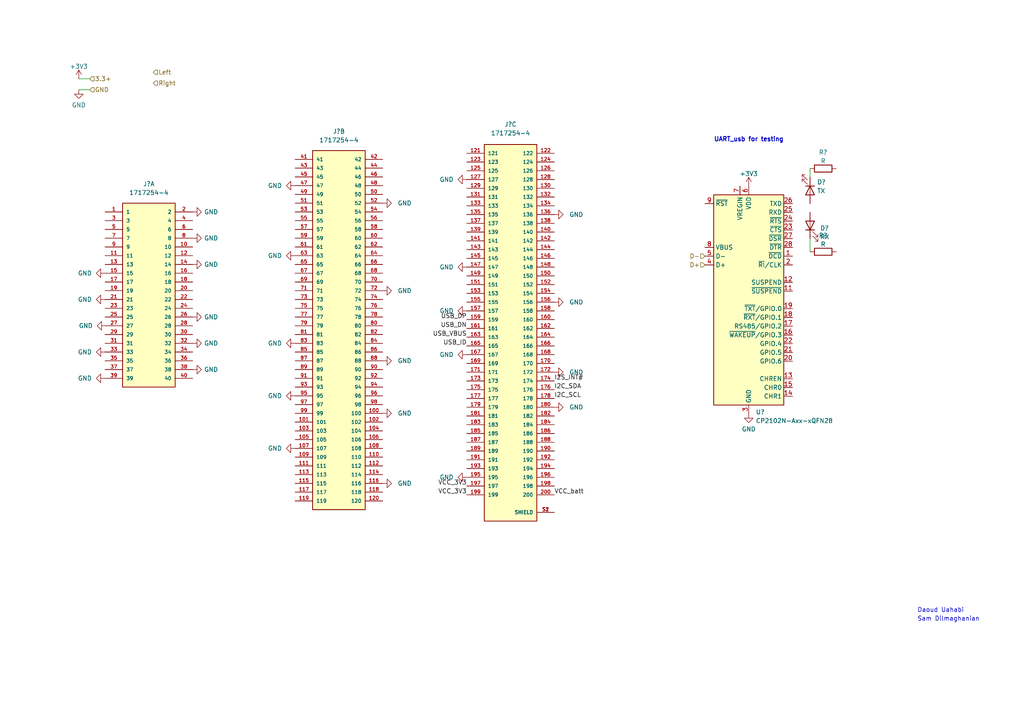
<source format=kicad_sch>
(kicad_sch (version 20211123) (generator eeschema)
  (paper "A4")
  (lib_symbols
    (symbol "1717254-4:1717254-4" (pin_names (offset 1.016))
      (property "Reference" "J" (at -7.655 26.2939 0))
      (property "Value" "1717254-4" (at -7.6467 -30.5778 0))
      (symbol "1717254-4_1_0"
        (rectangle (start -7.62 -27.94) (end 7.62 25.4) (stroke (width 0.254)) (fill (type background)))
        (pin passive line (at -12.7 22.86 0) (length 5.08) (name "1") (number "1"))
        (pin passive line (at 12.7 12.7 180) (length 5.08) (name "10") (number "10"))
        (pin passive line (at -12.7 10.16 0) (length 5.08) (name "11") (number "11"))
        (pin passive line (at 12.7 10.16 180) (length 5.08) (name "12") (number "12"))
        (pin passive line (at -12.7 7.62 0) (length 5.08) (name "13") (number "13"))
        (pin passive line (at 12.7 7.62 180) (length 5.08) (name "14") (number "14"))
        (pin passive line (at -12.7 5.08 0) (length 5.08) (name "15") (number "15"))
        (pin passive line (at 12.7 5.08 180) (length 5.08) (name "16") (number "16"))
        (pin passive line (at -12.7 2.54 0) (length 5.08) (name "17") (number "17"))
        (pin passive line (at 12.7 2.54 180) (length 5.08) (name "18") (number "18"))
        (pin passive line (at -12.7 0 0) (length 5.08) (name "19") (number "19"))
        (pin passive line (at 12.7 22.86 180) (length 5.08) (name "2") (number "2"))
        (pin passive line (at 12.7 0 180) (length 5.08) (name "20") (number "20"))
        (pin passive line (at -12.7 -2.54 0) (length 5.08) (name "21") (number "21"))
        (pin passive line (at 12.7 -2.54 180) (length 5.08) (name "22") (number "22"))
        (pin passive line (at -12.7 -5.08 0) (length 5.08) (name "23") (number "23"))
        (pin passive line (at 12.7 -5.08 180) (length 5.08) (name "24") (number "24"))
        (pin passive line (at -12.7 -7.62 0) (length 5.08) (name "25") (number "25"))
        (pin passive line (at 12.7 -7.62 180) (length 5.08) (name "26") (number "26"))
        (pin passive line (at -12.7 -10.16 0) (length 5.08) (name "27") (number "27"))
        (pin passive line (at 12.7 -10.16 180) (length 5.08) (name "28") (number "28"))
        (pin passive line (at -12.7 -12.7 0) (length 5.08) (name "29") (number "29"))
        (pin passive line (at -12.7 20.32 0) (length 5.08) (name "3") (number "3"))
        (pin passive line (at 12.7 -12.7 180) (length 5.08) (name "30") (number "30"))
        (pin passive line (at -12.7 -15.24 0) (length 5.08) (name "31") (number "31"))
        (pin passive line (at 12.7 -15.24 180) (length 5.08) (name "32") (number "32"))
        (pin passive line (at -12.7 -17.78 0) (length 5.08) (name "33") (number "33"))
        (pin passive line (at 12.7 -17.78 180) (length 5.08) (name "34") (number "34"))
        (pin passive line (at -12.7 -20.32 0) (length 5.08) (name "35") (number "35"))
        (pin passive line (at 12.7 -20.32 180) (length 5.08) (name "36") (number "36"))
        (pin passive line (at -12.7 -22.86 0) (length 5.08) (name "37") (number "37"))
        (pin passive line (at 12.7 -22.86 180) (length 5.08) (name "38") (number "38"))
        (pin passive line (at -12.7 -25.4 0) (length 5.08) (name "39") (number "39"))
        (pin passive line (at 12.7 20.32 180) (length 5.08) (name "4") (number "4"))
        (pin passive line (at 12.7 -25.4 180) (length 5.08) (name "40") (number "40"))
        (pin passive line (at -12.7 17.78 0) (length 5.08) (name "5") (number "5"))
        (pin passive line (at 12.7 17.78 180) (length 5.08) (name "6") (number "6"))
        (pin passive line (at -12.7 15.24 0) (length 5.08) (name "7") (number "7"))
        (pin passive line (at 12.7 15.24 180) (length 5.08) (name "8") (number "8"))
        (pin passive line (at -12.7 12.7 0) (length 5.08) (name "9") (number "9"))
      )
      (symbol "1717254-4_2_0"
        (rectangle (start -7.62 -53.34) (end 7.62 50.8) (stroke (width 0.254)) (fill (type background)))
        (pin passive line (at 12.7 -25.4 180) (length 5.08) (name "100") (number "100"))
        (pin passive line (at -12.7 -27.94 0) (length 5.08) (name "101") (number "101"))
        (pin passive line (at 12.7 -27.94 180) (length 5.08) (name "102") (number "102"))
        (pin passive line (at -12.7 -30.48 0) (length 5.08) (name "103") (number "103"))
        (pin passive line (at 12.7 -30.48 180) (length 5.08) (name "104") (number "104"))
        (pin passive line (at -12.7 -33.02 0) (length 5.08) (name "105") (number "105"))
        (pin passive line (at 12.7 -33.02 180) (length 5.08) (name "106") (number "106"))
        (pin passive line (at -12.7 -35.56 0) (length 5.08) (name "107") (number "107"))
        (pin passive line (at 12.7 -35.56 180) (length 5.08) (name "108") (number "108"))
        (pin passive line (at -12.7 -38.1 0) (length 5.08) (name "109") (number "109"))
        (pin passive line (at 12.7 -38.1 180) (length 5.08) (name "110") (number "110"))
        (pin passive line (at -12.7 -40.64 0) (length 5.08) (name "111") (number "111"))
        (pin passive line (at 12.7 -40.64 180) (length 5.08) (name "112") (number "112"))
        (pin passive line (at -12.7 -43.18 0) (length 5.08) (name "113") (number "113"))
        (pin passive line (at 12.7 -43.18 180) (length 5.08) (name "114") (number "114"))
        (pin passive line (at -12.7 -45.72 0) (length 5.08) (name "115") (number "115"))
        (pin passive line (at 12.7 -45.72 180) (length 5.08) (name "116") (number "116"))
        (pin passive line (at -12.7 -48.26 0) (length 5.08) (name "117") (number "117"))
        (pin passive line (at 12.7 -48.26 180) (length 5.08) (name "118") (number "118"))
        (pin passive line (at -12.7 -50.8 0) (length 5.08) (name "119") (number "119"))
        (pin passive line (at 12.7 -50.8 180) (length 5.08) (name "120") (number "120"))
        (pin passive line (at -12.7 48.26 0) (length 5.08) (name "41") (number "41"))
        (pin passive line (at 12.7 48.26 180) (length 5.08) (name "42") (number "42"))
        (pin passive line (at -12.7 45.72 0) (length 5.08) (name "43") (number "43"))
        (pin passive line (at 12.7 45.72 180) (length 5.08) (name "44") (number "44"))
        (pin passive line (at -12.7 43.18 0) (length 5.08) (name "45") (number "45"))
        (pin passive line (at 12.7 43.18 180) (length 5.08) (name "46") (number "46"))
        (pin passive line (at -12.7 40.64 0) (length 5.08) (name "47") (number "47"))
        (pin passive line (at 12.7 40.64 180) (length 5.08) (name "48") (number "48"))
        (pin passive line (at -12.7 38.1 0) (length 5.08) (name "49") (number "49"))
        (pin passive line (at 12.7 38.1 180) (length 5.08) (name "50") (number "50"))
        (pin passive line (at -12.7 35.56 0) (length 5.08) (name "51") (number "51"))
        (pin passive line (at 12.7 35.56 180) (length 5.08) (name "52") (number "52"))
        (pin passive line (at -12.7 33.02 0) (length 5.08) (name "53") (number "53"))
        (pin passive line (at 12.7 33.02 180) (length 5.08) (name "54") (number "54"))
        (pin passive line (at -12.7 30.48 0) (length 5.08) (name "55") (number "55"))
        (pin passive line (at 12.7 30.48 180) (length 5.08) (name "56") (number "56"))
        (pin passive line (at -12.7 27.94 0) (length 5.08) (name "57") (number "57"))
        (pin passive line (at 12.7 27.94 180) (length 5.08) (name "58") (number "58"))
        (pin passive line (at -12.7 25.4 0) (length 5.08) (name "59") (number "59"))
        (pin passive line (at 12.7 25.4 180) (length 5.08) (name "60") (number "60"))
        (pin passive line (at -12.7 22.86 0) (length 5.08) (name "61") (number "61"))
        (pin passive line (at 12.7 22.86 180) (length 5.08) (name "62") (number "62"))
        (pin passive line (at -12.7 20.32 0) (length 5.08) (name "63") (number "63"))
        (pin passive line (at 12.7 20.32 180) (length 5.08) (name "64") (number "64"))
        (pin passive line (at -12.7 17.78 0) (length 5.08) (name "65") (number "65"))
        (pin passive line (at 12.7 17.78 180) (length 5.08) (name "66") (number "66"))
        (pin passive line (at -12.7 15.24 0) (length 5.08) (name "67") (number "67"))
        (pin passive line (at 12.7 15.24 180) (length 5.08) (name "68") (number "68"))
        (pin passive line (at -12.7 12.7 0) (length 5.08) (name "69") (number "69"))
        (pin passive line (at 12.7 12.7 180) (length 5.08) (name "70") (number "70"))
        (pin passive line (at -12.7 10.16 0) (length 5.08) (name "71") (number "71"))
        (pin passive line (at 12.7 10.16 180) (length 5.08) (name "72") (number "72"))
        (pin passive line (at -12.7 7.62 0) (length 5.08) (name "73") (number "73"))
        (pin passive line (at 12.7 7.62 180) (length 5.08) (name "74") (number "74"))
        (pin passive line (at -12.7 5.08 0) (length 5.08) (name "75") (number "75"))
        (pin passive line (at 12.7 5.08 180) (length 5.08) (name "76") (number "76"))
        (pin passive line (at -12.7 2.54 0) (length 5.08) (name "77") (number "77"))
        (pin passive line (at 12.7 2.54 180) (length 5.08) (name "78") (number "78"))
        (pin passive line (at -12.7 0 0) (length 5.08) (name "79") (number "79"))
        (pin passive line (at 12.7 0 180) (length 5.08) (name "80") (number "80"))
        (pin passive line (at -12.7 -2.54 0) (length 5.08) (name "81") (number "81"))
        (pin passive line (at 12.7 -2.54 180) (length 5.08) (name "82") (number "82"))
        (pin passive line (at -12.7 -5.08 0) (length 5.08) (name "83") (number "83"))
        (pin passive line (at 12.7 -5.08 180) (length 5.08) (name "84") (number "84"))
        (pin passive line (at -12.7 -7.62 0) (length 5.08) (name "85") (number "85"))
        (pin passive line (at 12.7 -7.62 180) (length 5.08) (name "86") (number "86"))
        (pin passive line (at -12.7 -10.16 0) (length 5.08) (name "87") (number "87"))
        (pin passive line (at 12.7 -10.16 180) (length 5.08) (name "88") (number "88"))
        (pin passive line (at -12.7 -12.7 0) (length 5.08) (name "89") (number "89"))
        (pin passive line (at 12.7 -12.7 180) (length 5.08) (name "90") (number "90"))
        (pin passive line (at -12.7 -15.24 0) (length 5.08) (name "91") (number "91"))
        (pin passive line (at 12.7 -15.24 180) (length 5.08) (name "92") (number "92"))
        (pin passive line (at -12.7 -17.78 0) (length 5.08) (name "93") (number "93"))
        (pin passive line (at 12.7 -17.78 180) (length 5.08) (name "94") (number "94"))
        (pin passive line (at -12.7 -20.32 0) (length 5.08) (name "95") (number "95"))
        (pin passive line (at 12.7 -20.32 180) (length 5.08) (name "96") (number "96"))
        (pin passive line (at -12.7 -22.86 0) (length 5.08) (name "97") (number "97"))
        (pin passive line (at 12.7 -22.86 180) (length 5.08) (name "98") (number "98"))
        (pin passive line (at -12.7 -25.4 0) (length 5.08) (name "99") (number "99"))
      )
      (symbol "1717254-4_3_0"
        (rectangle (start -7.62 -55.88) (end 7.62 53.34) (stroke (width 0.254)) (fill (type background)))
        (pin passive line (at -12.7 50.8 0) (length 5.08) (name "121") (number "121"))
        (pin passive line (at 12.7 50.8 180) (length 5.08) (name "122") (number "122"))
        (pin passive line (at -12.7 48.26 0) (length 5.08) (name "123") (number "123"))
        (pin passive line (at 12.7 48.26 180) (length 5.08) (name "124") (number "124"))
        (pin passive line (at -12.7 45.72 0) (length 5.08) (name "125") (number "125"))
        (pin passive line (at 12.7 45.72 180) (length 5.08) (name "126") (number "126"))
        (pin passive line (at -12.7 43.18 0) (length 5.08) (name "127") (number "127"))
        (pin passive line (at 12.7 43.18 180) (length 5.08) (name "128") (number "128"))
        (pin passive line (at -12.7 40.64 0) (length 5.08) (name "129") (number "129"))
        (pin passive line (at 12.7 40.64 180) (length 5.08) (name "130") (number "130"))
        (pin passive line (at -12.7 38.1 0) (length 5.08) (name "131") (number "131"))
        (pin passive line (at 12.7 38.1 180) (length 5.08) (name "132") (number "132"))
        (pin passive line (at -12.7 35.56 0) (length 5.08) (name "133") (number "133"))
        (pin passive line (at 12.7 35.56 180) (length 5.08) (name "134") (number "134"))
        (pin passive line (at -12.7 33.02 0) (length 5.08) (name "135") (number "135"))
        (pin passive line (at 12.7 33.02 180) (length 5.08) (name "136") (number "136"))
        (pin passive line (at -12.7 30.48 0) (length 5.08) (name "137") (number "137"))
        (pin passive line (at 12.7 30.48 180) (length 5.08) (name "138") (number "138"))
        (pin passive line (at -12.7 27.94 0) (length 5.08) (name "139") (number "139"))
        (pin passive line (at 12.7 27.94 180) (length 5.08) (name "140") (number "140"))
        (pin passive line (at -12.7 25.4 0) (length 5.08) (name "141") (number "141"))
        (pin passive line (at 12.7 25.4 180) (length 5.08) (name "142") (number "142"))
        (pin passive line (at -12.7 22.86 0) (length 5.08) (name "143") (number "143"))
        (pin passive line (at 12.7 22.86 180) (length 5.08) (name "144") (number "144"))
        (pin passive line (at -12.7 20.32 0) (length 5.08) (name "145") (number "145"))
        (pin passive line (at 12.7 20.32 180) (length 5.08) (name "146") (number "146"))
        (pin passive line (at -12.7 17.78 0) (length 5.08) (name "147") (number "147"))
        (pin passive line (at 12.7 17.78 180) (length 5.08) (name "148") (number "148"))
        (pin passive line (at -12.7 15.24 0) (length 5.08) (name "149") (number "149"))
        (pin passive line (at 12.7 15.24 180) (length 5.08) (name "150") (number "150"))
        (pin passive line (at -12.7 12.7 0) (length 5.08) (name "151") (number "151"))
        (pin passive line (at 12.7 12.7 180) (length 5.08) (name "152") (number "152"))
        (pin passive line (at -12.7 10.16 0) (length 5.08) (name "153") (number "153"))
        (pin passive line (at 12.7 10.16 180) (length 5.08) (name "154") (number "154"))
        (pin passive line (at -12.7 7.62 0) (length 5.08) (name "155") (number "155"))
        (pin passive line (at 12.7 7.62 180) (length 5.08) (name "156") (number "156"))
        (pin passive line (at -12.7 5.08 0) (length 5.08) (name "157") (number "157"))
        (pin passive line (at 12.7 5.08 180) (length 5.08) (name "158") (number "158"))
        (pin passive line (at -12.7 2.54 0) (length 5.08) (name "159") (number "159"))
        (pin passive line (at 12.7 2.54 180) (length 5.08) (name "160") (number "160"))
        (pin passive line (at -12.7 0 0) (length 5.08) (name "161") (number "161"))
        (pin passive line (at 12.7 0 180) (length 5.08) (name "162") (number "162"))
        (pin passive line (at -12.7 -2.54 0) (length 5.08) (name "163") (number "163"))
        (pin passive line (at 12.7 -2.54 180) (length 5.08) (name "164") (number "164"))
        (pin passive line (at -12.7 -5.08 0) (length 5.08) (name "165") (number "165"))
        (pin passive line (at 12.7 -5.08 180) (length 5.08) (name "166") (number "166"))
        (pin passive line (at -12.7 -7.62 0) (length 5.08) (name "167") (number "167"))
        (pin passive line (at 12.7 -7.62 180) (length 5.08) (name "168") (number "168"))
        (pin passive line (at -12.7 -10.16 0) (length 5.08) (name "169") (number "169"))
        (pin passive line (at 12.7 -10.16 180) (length 5.08) (name "170") (number "170"))
        (pin passive line (at -12.7 -12.7 0) (length 5.08) (name "171") (number "171"))
        (pin passive line (at 12.7 -12.7 180) (length 5.08) (name "172") (number "172"))
        (pin passive line (at -12.7 -15.24 0) (length 5.08) (name "173") (number "173"))
        (pin passive line (at 12.7 -15.24 180) (length 5.08) (name "174") (number "174"))
        (pin passive line (at -12.7 -17.78 0) (length 5.08) (name "175") (number "175"))
        (pin passive line (at 12.7 -17.78 180) (length 5.08) (name "176") (number "176"))
        (pin passive line (at -12.7 -20.32 0) (length 5.08) (name "177") (number "177"))
        (pin passive line (at 12.7 -20.32 180) (length 5.08) (name "178") (number "178"))
        (pin passive line (at -12.7 -22.86 0) (length 5.08) (name "179") (number "179"))
        (pin passive line (at 12.7 -22.86 180) (length 5.08) (name "180") (number "180"))
        (pin passive line (at -12.7 -25.4 0) (length 5.08) (name "181") (number "181"))
        (pin passive line (at 12.7 -25.4 180) (length 5.08) (name "182") (number "182"))
        (pin passive line (at -12.7 -27.94 0) (length 5.08) (name "183") (number "183"))
        (pin passive line (at 12.7 -27.94 180) (length 5.08) (name "184") (number "184"))
        (pin passive line (at -12.7 -30.48 0) (length 5.08) (name "185") (number "185"))
        (pin passive line (at 12.7 -30.48 180) (length 5.08) (name "186") (number "186"))
        (pin passive line (at -12.7 -33.02 0) (length 5.08) (name "187") (number "187"))
        (pin passive line (at 12.7 -33.02 180) (length 5.08) (name "188") (number "188"))
        (pin passive line (at -12.7 -35.56 0) (length 5.08) (name "189") (number "189"))
        (pin passive line (at 12.7 -35.56 180) (length 5.08) (name "190") (number "190"))
        (pin passive line (at -12.7 -38.1 0) (length 5.08) (name "191") (number "191"))
        (pin passive line (at 12.7 -38.1 180) (length 5.08) (name "192") (number "192"))
        (pin passive line (at -12.7 -40.64 0) (length 5.08) (name "193") (number "193"))
        (pin passive line (at 12.7 -40.64 180) (length 5.08) (name "194") (number "194"))
        (pin passive line (at -12.7 -43.18 0) (length 5.08) (name "195") (number "195"))
        (pin passive line (at 12.7 -43.18 180) (length 5.08) (name "196") (number "196"))
        (pin passive line (at -12.7 -45.72 0) (length 5.08) (name "197") (number "197"))
        (pin passive line (at 12.7 -45.72 180) (length 5.08) (name "198") (number "198"))
        (pin passive line (at -12.7 -48.26 0) (length 5.08) (name "199") (number "199"))
        (pin passive line (at 12.7 -48.26 180) (length 5.08) (name "200") (number "200"))
        (pin passive line (at 12.7 -53.34 180) (length 5.08) (name "SHIELD") (number "S1"))
        (pin passive line (at 12.7 -53.34 180) (length 5.08) (name "SHIELD") (number "S2"))
      )
    )
    (symbol "Device:LED" (pin_numbers hide) (pin_names (offset 1.016) hide)
      (property "Reference" "D" (at 0 2.54 0))
      (property "Value" "LED" (at 0 -2.54 0))
      (symbol "LED_0_1"
        (polyline (pts (xy -1.27 -1.27) (xy -1.27 1.27)) (stroke (width 0.254)))
        (polyline (pts (xy -1.27 0) (xy 1.27 0)))
        (polyline (pts (xy 1.27 -1.27) (xy 1.27 1.27) (xy -1.27 0) (xy 1.27 -1.27)) (stroke (width 0.254)))
        (polyline (pts (xy -3.048 -0.762) (xy -4.572 -2.286) (xy -3.81 -2.286) (xy -4.572 -2.286) (xy -4.572 -1.524)))
        (polyline (pts (xy -1.778 -0.762) (xy -3.302 -2.286) (xy -2.54 -2.286) (xy -3.302 -2.286) (xy -3.302 -1.524)))
      )
      (symbol "LED_1_1"
        (pin passive line (at -3.81 0 0) (length 2.54) (name "K") (number "1"))
        (pin passive line (at 3.81 0 180) (length 2.54) (name "A") (number "2"))
      )
    )
    (symbol "Device:R" (pin_numbers hide) (pin_names (offset 0))
      (property "Reference" "R" (at 2.032 0 90))
      (property "Value" "R" (at 0 0 90))
      (symbol "R_0_1"
        (rectangle (start -1.016 -2.54) (end 1.016 2.54) (stroke (width 0.254)))
      )
      (symbol "R_1_1"
        (pin passive line (at 0 3.81 270) (length 1.27) (name "~") (number "1"))
        (pin passive line (at 0 -3.81 90) (length 1.27) (name "~") (number "2"))
      )
    )
    (symbol "Interface_USB:CP2102N-Axx-xQFN28"
      (property "Reference" "U" (at -8.89 31.75 0))
      (property "Value" "CP2102N-Axx-xQFN28" (at 12.7 31.75 0))
      (symbol "CP2102N-Axx-xQFN28_0_1"
        (rectangle (start -10.16 30.48) (end 10.16 -30.48) (stroke (width 0.254)) (fill (type background)))
      )
      (symbol "CP2102N-Axx-xQFN28_1_1"
        (pin input line (at 12.7 12.7 180) (length 2.54) (name "~{DCD}") (number "1"))
        (pin no_connect line (at -10.16 -27.94 0) (length 2.54) hide (name "NC") (number "10"))
        (pin output line (at 12.7 2.54 180) (length 2.54) (name "~{SUSPEND}") (number "11"))
        (pin output line (at 12.7 5.08 180) (length 2.54) (name "SUSPEND") (number "12"))
        (pin output line (at 12.7 -22.86 180) (length 2.54) (name "CHREN") (number "13"))
        (pin output line (at 12.7 -27.94 180) (length 2.54) (name "CHR1") (number "14"))
        (pin output line (at 12.7 -25.4 180) (length 2.54) (name "CHR0") (number "15"))
        (pin bidirectional line (at 12.7 -10.16 180) (length 2.54) (name "~{WAKEUP}/GPIO.3") (number "16"))
        (pin bidirectional line (at 12.7 -7.62 180) (length 2.54) (name "RS485/GPIO.2") (number "17"))
        (pin bidirectional line (at 12.7 -5.08 180) (length 2.54) (name "~{RXT}/GPIO.1") (number "18"))
        (pin bidirectional line (at 12.7 -2.54 180) (length 2.54) (name "~{TXT}/GPIO.0") (number "19"))
        (pin bidirectional line (at 12.7 10.16 180) (length 2.54) (name "~{RI}/CLK") (number "2"))
        (pin bidirectional line (at 12.7 -17.78 180) (length 2.54) (name "GPIO.6") (number "20"))
        (pin bidirectional line (at 12.7 -15.24 180) (length 2.54) (name "GPIO.5") (number "21"))
        (pin bidirectional line (at 12.7 -12.7 180) (length 2.54) (name "GPIO.4") (number "22"))
        (pin input line (at 12.7 20.32 180) (length 2.54) (name "~{CTS}") (number "23"))
        (pin output line (at 12.7 22.86 180) (length 2.54) (name "~{RTS}") (number "24"))
        (pin input line (at 12.7 25.4 180) (length 2.54) (name "RXD") (number "25"))
        (pin output line (at 12.7 27.94 180) (length 2.54) (name "TXD") (number "26"))
        (pin input line (at 12.7 17.78 180) (length 2.54) (name "~{DSR}") (number "27"))
        (pin output line (at 12.7 15.24 180) (length 2.54) (name "~{DTR}") (number "28"))
        (pin passive line (at 0 -33.02 90) (length 2.54) hide (name "GND") (number "29"))
        (pin power_in line (at 0 -33.02 90) (length 2.54) (name "GND") (number "3"))
        (pin bidirectional line (at -12.7 10.16 0) (length 2.54) (name "D+") (number "4"))
        (pin bidirectional line (at -12.7 12.7 0) (length 2.54) (name "D-") (number "5"))
        (pin power_in line (at 0 33.02 270) (length 2.54) (name "VDD") (number "6"))
        (pin power_in line (at -2.54 33.02 270) (length 2.54) (name "VREGIN") (number "7"))
        (pin input line (at -12.7 15.24 0) (length 2.54) (name "VBUS") (number "8"))
        (pin input line (at -12.7 27.94 0) (length 2.54) (name "~{RST}") (number "9"))
      )
    )
    (symbol "power:+3.3V" (power) (pin_names (offset 0))
      (property "Value" "+3.3V" (at 0 3.556 0))
      (symbol "+3.3V_0_1"
        (polyline (pts (xy -0.762 1.27) (xy 0 2.54)))
        (polyline (pts (xy 0 0) (xy 0 2.54)))
        (polyline (pts (xy 0 2.54) (xy 0.762 1.27)))
      )
      (symbol "+3.3V_1_1"
        (pin power_in line (at 0 0 90) (length 0) hide (name "+3V3") (number "1"))
      )
    )
    (symbol "power:GND" (power) (pin_names (offset 0))
      (property "Value" "GND" (at 0 -3.81 0))
      (symbol "GND_0_1"
        (polyline (pts (xy 0 0) (xy 0 -1.27) (xy 1.27 -1.27) (xy 0 -2.54) (xy -1.27 -1.27) (xy 0 -1.27)))
      )
      (symbol "GND_1_1"
        (pin power_in line (at 0 0 270) (length 0) hide (name "GND") (number "1"))
      )
    )
  )
  (wire (pts (xy 234.95 48.895) (xy 234.95 51.435)))
  (wire (pts (xy 22.86 26.035) (xy 26.035 26.035)))
  (wire (pts (xy 22.86 22.86) (xy 26.035 22.86)))
  (wire (pts (xy 234.95 73.025) (xy 234.95 69.215)))
  (text "UART_usb for testing" (at 207.01 41.275 0) (effects (font (size 1.27 1.27) bold) (justify left bottom)))
  (text "Sam Dilmaghanian" (at 266.065 180.34 0) (effects (font (size 1.27 1.27)) (justify left bottom)))
  (text "Daoud Uahabi" (at 266.065 177.8 0) (effects (font (size 1.27 1.27)) (justify left bottom)))
  (label "USB_DP" (at 135.382 92.71 180))
  (label "VCC_3V3" (at 135.382 143.51 180))
  (label "I2C_SCL" (at 160.782 115.57 0))
  (label "VCC_batt" (at 160.782 143.51 0))
  (label "USB_ID" (at 135.382 100.33 180))
  (label "VCC_3V3" (at 135.382 140.97 180))
  (label "I2S_INT#" (at 160.782 110.49 0))
  (label "I2C_SDA" (at 160.782 113.03 0))
  (label "USB_DN" (at 135.382 95.25 180))
  (label "USB_VBUS" (at 135.382 97.79 180))
  (hierarchical_label "3.3+" (shape input) (at 26.035 22.86 0))
  (hierarchical_label "GND" (shape input) (at 26.035 26.035 0))
  (hierarchical_label "D-" (shape input) (at 204.47 74.295 180))
  (hierarchical_label "Left" (shape input) (at 44.45 20.955 0))
  (hierarchical_label "Right" (shape input) (at 44.45 24.13 0))
  (hierarchical_label "D+" (shape input) (at 204.47 76.835 180))
  (symbol (lib_id "power:GND") (at 160.782 62.23 90) (mirror x) (unit 1)
    (property "Reference" "#PWR?" (effects hide))
    (property "Value" "GND" (at 165.1 62.2299 90) (effects (justify right)))
  )
  (symbol (lib_id "power:GND") (at 85.598 130.048 270) (unit 1)
    (property "Reference" "#PWR?" (effects hide))
    (property "Value" "GND" (at 81.788 130.0479 90) (effects (justify right)))
  )
  (symbol (lib_id "power:GND") (at 30.48 102.108 270) (unit 1)
    (property "Reference" "#PWR?" (effects hide))
    (property "Value" "GND" (at 26.67 102.1079 90) (effects (justify right)))
  )
  (symbol (lib_id "power:GND") (at 30.48 86.868 270) (unit 1)
    (property "Reference" "#PWR?" (effects hide))
    (property "Value" "GND" (at 26.67 86.8679 90) (effects (justify right)))
  )
  (symbol (lib_id "power:GND") (at 110.998 58.928 90) (mirror x) (unit 1)
    (property "Reference" "#PWR?" (effects hide))
    (property "Value" "GND" (at 115.316 58.9279 90) (effects (justify right)))
  )
  (symbol (lib_id "power:GND") (at 55.88 107.188 90) (mirror x) (unit 1)
    (property "Reference" "#PWR?" (effects hide))
    (property "Value" "GND" (at 59.182 107.1879 90) (effects (justify right)))
  )
  (symbol (lib_id "1717254-4:1717254-4") (at 43.18 84.328 0) (unit 1)
    (property "Reference" "J?" (at 43.18 53.34 0))
    (property "Value" "1717254-4" (at 43.18 55.88 0))
    (property "Footprint" "TE_1717254-4" (effects hide))
    (property "PARTREV" "D2" (effects hide))
    (property "MANUFACTURER" "TE Connectivity" (effects hide))
    (property "SNAPEDA_PN" "1717254-4" (effects hide))
    (property "MAXIMUM_PACKAGE_HEIGHT" "5.3 mm" (effects hide))
    (property "STANDARD" "Manufacturer Recommendations" (effects hide))
  )
  (symbol (lib_id "Device:LED") (at 234.95 55.245 270) (unit 1)
    (property "Reference" "D?" (at 236.982 52.8228 90) (effects (justify left)))
    (property "Value" "TX" (at 236.982 55.3597 90) (effects (justify left)))
  )
  (symbol (lib_id "power:GND") (at 30.734 94.488 270) (unit 1)
    (property "Reference" "#PWR?" (effects hide))
    (property "Value" "GND" (at 26.924 94.4879 90) (effects (justify right)))
  )
  (symbol (lib_id "power:GND") (at 110.998 119.888 90) (mirror x) (unit 1)
    (property "Reference" "#PWR?" (effects hide))
    (property "Value" "GND" (at 115.316 119.8879 90) (effects (justify right)))
  )
  (symbol (lib_id "power:GND") (at 22.86 26.035 0) (unit 1)
    (property "Reference" "#PWR?" (effects hide))
    (property "Value" "GND" (at 22.86 30.4784 0))
  )
  (symbol (lib_id "power:GND") (at 85.598 53.848 270) (unit 1)
    (property "Reference" "#PWR?" (effects hide))
    (property "Value" "GND" (at 81.788 53.8479 90) (effects (justify right)))
  )
  (symbol (lib_id "power:GND") (at 110.998 84.328 90) (mirror x) (unit 1)
    (property "Reference" "#PWR?" (effects hide))
    (property "Value" "GND" (at 115.316 84.3279 90) (effects (justify right)))
  )
  (symbol (lib_id "power:GND") (at 135.382 77.47 270) (unit 1)
    (property "Reference" "#PWR?" (effects hide))
    (property "Value" "GND" (at 131.572 77.4699 90) (effects (justify right)))
  )
  (symbol (lib_id "Device:R") (at 238.76 48.895 90) (unit 1)
    (property "Reference" "R?" (at 238.76 44.1792 90))
    (property "Value" "R" (at 238.76 46.7161 90))
  )
  (symbol (lib_id "power:GND") (at 85.598 99.568 270) (unit 1)
    (property "Reference" "#PWR?" (effects hide))
    (property "Value" "GND" (at 81.788 99.5679 90) (effects (justify right)))
  )
  (symbol (lib_id "power:GND") (at 30.48 109.728 270) (unit 1)
    (property "Reference" "#PWR?" (effects hide))
    (property "Value" "GND" (at 26.67 109.7279 90) (effects (justify right)))
  )
  (symbol (lib_id "power:+3.3V") (at 217.17 53.975 0) (unit 1)
    (property "Reference" "#PWR?" (effects hide))
    (property "Value" "+3.3V" (at 217.17 50.3992 0))
  )
  (symbol (lib_id "power:GND") (at 217.17 120.015 0) (unit 1)
    (property "Reference" "#PWR?" (effects hide))
    (property "Value" "GND" (at 217.17 124.4584 0))
  )
  (symbol (lib_id "power:GND") (at 160.782 87.63 90) (mirror x) (unit 1)
    (property "Reference" "#PWR?" (effects hide))
    (property "Value" "GND" (at 165.1 87.6299 90) (effects (justify right)))
  )
  (symbol (lib_id "power:GND") (at 135.382 90.17 270) (unit 1)
    (property "Reference" "#PWR?" (effects hide))
    (property "Value" "GND" (at 131.572 90.1699 90) (effects (justify right)))
  )
  (symbol (lib_id "power:GND") (at 160.782 118.11 90) (mirror x) (unit 1)
    (property "Reference" "#PWR?" (effects hide))
    (property "Value" "GND" (at 165.1 118.1099 90) (effects (justify right)))
  )
  (symbol (lib_id "1717254-4:1717254-4") (at 98.298 94.488 0) (unit 2)
    (property "Reference" "J?" (at 98.298 38.1 0))
    (property "Value" "1717254-4" (at 98.298 40.64 0))
    (property "Footprint" "TE_1717254-4" (effects hide))
    (property "PARTREV" "D2" (effects hide))
    (property "MANUFACTURER" "TE Connectivity" (effects hide))
    (property "SNAPEDA_PN" "1717254-4" (effects hide))
    (property "MAXIMUM_PACKAGE_HEIGHT" "5.3 mm" (effects hide))
    (property "STANDARD" "Manufacturer Recommendations" (effects hide))
  )
  (symbol (lib_id "power:GND") (at 135.382 52.07 270) (unit 1)
    (property "Reference" "#PWR?" (effects hide))
    (property "Value" "GND" (at 131.572 52.0699 90) (effects (justify right)))
  )
  (symbol (lib_id "power:GND") (at 55.88 91.948 90) (mirror x) (unit 1)
    (property "Reference" "#PWR?" (effects hide))
    (property "Value" "GND" (at 59.182 91.9479 90) (effects (justify right)))
  )
  (symbol (lib_id "Device:R") (at 238.76 73.025 90) (unit 1)
    (property "Reference" "R?" (at 238.76 68.3092 90))
    (property "Value" "R" (at 238.76 70.8461 90))
  )
  (symbol (lib_id "power:GND") (at 135.382 138.43 270) (unit 1)
    (property "Reference" "#PWR?" (effects hide))
    (property "Value" "GND" (at 131.572 138.4299 90) (effects (justify right)))
  )
  (symbol (lib_id "power:GND") (at 85.598 114.808 270) (unit 1)
    (property "Reference" "#PWR?" (effects hide))
    (property "Value" "GND" (at 81.788 114.8079 90) (effects (justify right)))
  )
  (symbol (lib_id "power:GND") (at 160.782 107.95 90) (mirror x) (unit 1)
    (property "Reference" "#PWR?" (effects hide))
    (property "Value" "GND" (at 165.1 107.9499 90) (effects (justify right)))
  )
  (symbol (lib_id "power:GND") (at 110.998 104.648 90) (mirror x) (unit 1)
    (property "Reference" "#PWR?" (effects hide))
    (property "Value" "GND" (at 115.316 104.6479 90) (effects (justify right)))
  )
  (symbol (lib_id "power:+3.3V") (at 22.86 22.86 0) (unit 1)
    (property "Reference" "#PWR?" (effects hide))
    (property "Value" "+3.3V" (at 22.86 19.2842 0))
  )
  (symbol (lib_id "power:GND") (at 55.88 99.568 90) (mirror x) (unit 1)
    (property "Reference" "#PWR?" (effects hide))
    (property "Value" "GND" (at 59.182 99.5679 90) (effects (justify right)))
  )
  (symbol (lib_id "power:GND") (at 30.48 79.248 270) (unit 1)
    (property "Reference" "#PWR?" (effects hide))
    (property "Value" "GND" (at 26.67 79.2479 90) (effects (justify right)))
  )
  (symbol (lib_id "power:GND") (at 110.998 140.208 90) (mirror x) (unit 1)
    (property "Reference" "#PWR?" (effects hide))
    (property "Value" "GND" (at 115.316 140.2079 90) (effects (justify right)))
  )
  (symbol (lib_id "power:GND") (at 85.598 74.168 270) (unit 1)
    (property "Reference" "#PWR?" (effects hide))
    (property "Value" "GND" (at 81.788 74.1679 90) (effects (justify right)))
  )
  (symbol (lib_id "power:GND") (at 55.88 76.708 90) (mirror x) (unit 1)
    (property "Reference" "#PWR?" (effects hide))
    (property "Value" "GND" (at 59.182 76.7079 90) (effects (justify right)))
  )
  (symbol (lib_id "power:GND") (at 55.88 69.088 90) (mirror x) (unit 1)
    (property "Reference" "#PWR?" (effects hide))
    (property "Value" "GND" (at 59.182 69.0879 90) (effects (justify right)))
  )
  (symbol (lib_id "power:GND") (at 135.382 102.87 270) (unit 1)
    (property "Reference" "#PWR?" (effects hide))
    (property "Value" "GND" (at 131.572 102.8699 90) (effects (justify right)))
  )
  (symbol (lib_id "Interface_USB:CP2102N-Axx-xQFN28") (at 217.17 86.995 0) (unit 1)
    (property "Reference" "U?" (at 219.1894 119.5054 0) (effects (justify left)))
    (property "Value" "CP2102N-Axx-xQFN28" (at 219.1894 122.0423 0) (effects (justify left)))
    (property "Footprint" "Package_DFN_QFN:QFN-28-1EP_5x5mm_P0.5mm_EP3.35x3.35mm" (effects hide))
    (property "Datasheet" "https://www.silabs.com/documents/public/data-sheets/cp2102n-datasheet.pdf" (effects hide))
    (property "Description" "IC USB-TO-UART BRIDGE 28VQFN" (effects hide))
    (property "Link" "https://www.digikey.be/nl/products/detail/silicon-labs/CP2102-GMR/2051863" (effects hide))
    (property "MPN" "CP2102-GMR" (effects hide))
  )
  (symbol (lib_id "Device:LED") (at 234.95 65.405 90) (unit 1)
    (property "Reference" "D?" (at 237.871 66.1578 90) (effects (justify right)))
    (property "Value" "RX" (at 237.871 68.6947 90) (effects (justify right)))
  )
  (symbol (lib_id "1717254-4:1717254-4") (at 148.082 95.25 0) (unit 3)
    (property "Reference" "J?" (at 148.082 36.068 0))
    (property "Value" "1717254-4" (at 148.082 38.608 0))
    (property "Footprint" "TE_1717254-4" (effects hide))
    (property "PARTREV" "D2" (effects hide))
    (property "MANUFACTURER" "TE Connectivity" (effects hide))
    (property "SNAPEDA_PN" "1717254-4" (effects hide))
    (property "MAXIMUM_PACKAGE_HEIGHT" "5.3 mm" (effects hide))
    (property "STANDARD" "Manufacturer Recommendations" (effects hide))
  )
  (symbol (lib_id "power:GND") (at 55.88 61.468 90) (mirror x) (unit 1)
    (property "Reference" "#PWR?" (effects hide))
    (property "Value" "GND" (at 59.182 61.4679 90) (effects (justify right)))
  )
)
</source>
